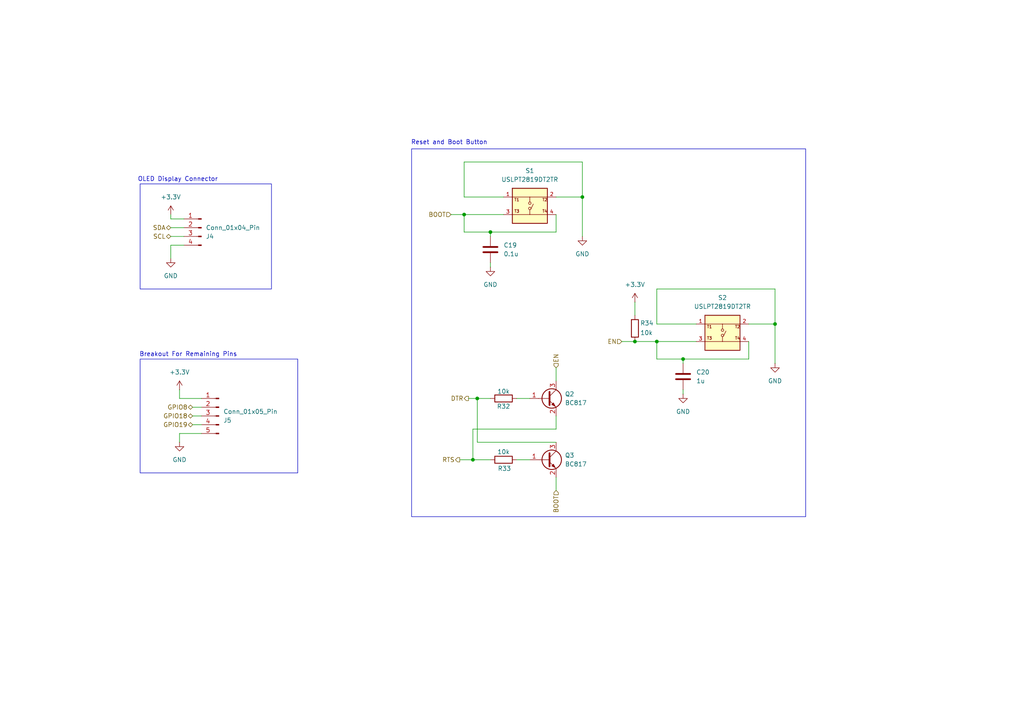
<source format=kicad_sch>
(kicad_sch (version 20250114) (generator "eeschema") (generator_version "9.0")
  (paper "A4")
  (lib_symbols
    (symbol "Connector:Conn_01x04_Pin" (pin_names (offset 1.016) (hide yes))
      (property "Reference" "J" (at 0 5.08 0))
      (property "Value" "Conn_01x04_Pin" (at 0 -7.62 0))
      (symbol "Conn_01x04_Pin_1_1"
        (rectangle (start 0.8636 2.667) (end 0 2.413) (stroke (width 0.1524)) (fill (type outline)))
        (rectangle (start 0.8636 0.127) (end 0 -0.127) (stroke (width 0.1524)) (fill (type outline)))
        (rectangle (start 0.8636 -2.413) (end 0 -2.667) (stroke (width 0.1524)) (fill (type outline)))
        (rectangle (start 0.8636 -4.953) (end 0 -5.207) (stroke (width 0.1524)) (fill (type outline)))
        (polyline (pts (xy 1.27 2.54) (xy 0.8636 2.54)) (stroke (width 0.1524)))
        (polyline (pts (xy 1.27 0) (xy 0.8636 0)) (stroke (width 0.1524)))
        (polyline (pts (xy 1.27 -2.54) (xy 0.8636 -2.54)) (stroke (width 0.1524)))
        (polyline (pts (xy 1.27 -5.08) (xy 0.8636 -5.08)) (stroke (width 0.1524)))
        (pin passive line (at 5.08 2.54 180) (length 3.81) (name "Pin_1") (number "1"))
        (pin passive line (at 5.08 0 180) (length 3.81) (name "Pin_2") (number "2"))
        (pin passive line (at 5.08 -2.54 180) (length 3.81) (name "Pin_3") (number "3"))
        (pin passive line (at 5.08 -5.08 180) (length 3.81) (name "Pin_4") (number "4"))
      )
    )
    (symbol "Connector:Conn_01x05_Pin" (pin_names (offset 1.016) (hide yes))
      (property "Reference" "J" (at 0 7.62 0))
      (property "Value" "Conn_01x05_Pin" (at 0 -7.62 0))
      (symbol "Conn_01x05_Pin_1_1"
        (rectangle (start 0.8636 5.207) (end 0 4.953) (stroke (width 0.1524)) (fill (type outline)))
        (rectangle (start 0.8636 2.667) (end 0 2.413) (stroke (width 0.1524)) (fill (type outline)))
        (rectangle (start 0.8636 0.127) (end 0 -0.127) (stroke (width 0.1524)) (fill (type outline)))
        (rectangle (start 0.8636 -2.413) (end 0 -2.667) (stroke (width 0.1524)) (fill (type outline)))
        (rectangle (start 0.8636 -4.953) (end 0 -5.207) (stroke (width 0.1524)) (fill (type outline)))
        (polyline (pts (xy 1.27 5.08) (xy 0.8636 5.08)) (stroke (width 0.1524)))
        (polyline (pts (xy 1.27 2.54) (xy 0.8636 2.54)) (stroke (width 0.1524)))
        (polyline (pts (xy 1.27 0) (xy 0.8636 0)) (stroke (width 0.1524)))
        (polyline (pts (xy 1.27 -2.54) (xy 0.8636 -2.54)) (stroke (width 0.1524)))
        (polyline (pts (xy 1.27 -5.08) (xy 0.8636 -5.08)) (stroke (width 0.1524)))
        (pin passive line (at 5.08 5.08 180) (length 3.81) (name "Pin_1") (number "1"))
        (pin passive line (at 5.08 2.54 180) (length 3.81) (name "Pin_2") (number "2"))
        (pin passive line (at 5.08 0 180) (length 3.81) (name "Pin_3") (number "3"))
        (pin passive line (at 5.08 -2.54 180) (length 3.81) (name "Pin_4") (number "4"))
        (pin passive line (at 5.08 -5.08 180) (length 3.81) (name "Pin_5") (number "5"))
      )
    )
    (symbol "Device:C" (pin_numbers (hide yes)) (pin_names (offset 0.254))
      (property "Reference" "C" (at 0.635 2.54 0))
      (property "Value" "C" (at 0.635 -2.54 0))
      (symbol "C_0_1"
        (polyline (pts (xy -2.032 0.762) (xy 2.032 0.762)) (stroke (width 0.508)))
        (polyline (pts (xy -2.032 -0.762) (xy 2.032 -0.762)) (stroke (width 0.508)))
      )
      (symbol "C_1_1"
        (pin passive line (at 0 3.81 270) (length 2.794) (name "~") (number "1"))
        (pin passive line (at 0 -3.81 90) (length 2.794) (name "~") (number "2"))
      )
    )
    (symbol "Device:R" (pin_numbers (hide yes)) (pin_names (offset 0))
      (property "Reference" "R" (at 2.032 0 90))
      (property "Value" "R" (at 0 0 90))
      (symbol "R_0_1"
        (rectangle (start -1.016 -2.54) (end 1.016 2.54) (stroke (width 0.254)))
      )
      (symbol "R_1_1"
        (pin passive line (at 0 3.81 270) (length 1.27) (name "~") (number "1"))
        (pin passive line (at 0 -3.81 90) (length 1.27) (name "~") (number "2"))
      )
    )
    (symbol "Transistor_BJT:BC817" (pin_names (offset 0) (hide yes))
      (property "Reference" "Q" (at 5.08 1.905 0))
      (property "Value" "BC817" (at 5.08 0 0))
      (symbol "BC817_0_1"
        (polyline (pts (xy -2.54 0) (xy 0.635 0)))
        (polyline (pts (xy 0.635 1.905) (xy 0.635 -1.905)) (stroke (width 0.508)))
        (circle (center 1.27 0) (radius 2.8194) (stroke (width 0.254)))
      )
      (symbol "BC817_1_1"
        (polyline (pts (xy 0.635 0.635) (xy 2.54 2.54)))
        (polyline (pts (xy 0.635 -0.635) (xy 2.54 -2.54)))
        (polyline (pts (xy 1.27 -1.778) (xy 1.778 -1.27) (xy 2.286 -2.286) (xy 1.27 -1.778)) (fill (type outline)))
        (pin input line (at -5.08 0 0) (length 2.54) (name "B") (number "1"))
        (pin passive line (at 2.54 5.08 270) (length 2.54) (name "C") (number "3"))
        (pin passive line (at 2.54 -5.08 90) (length 2.54) (name "E") (number "2"))
      )
    )
    (symbol "USLPT2819DT2TR:USLPT2819DT2TR" (pin_names (offset 1.016))
      (property "Reference" "S" (at -5.08 5.08 0))
      (property "Value" "USLPT2819DT2TR" (at -5.08 -7.62 0))
      (symbol "USLPT2819DT2TR_0_0"
        (polyline (pts (xy -5.08 2.54) (xy 0 2.54)) (stroke (width 0.1524)))
        (polyline (pts (xy -5.08 -2.54) (xy 0 -2.54)) (stroke (width 0.1524)))
        (rectangle (start -5.08 -5.08) (end 5.08 5.08) (stroke (width 0.254)) (fill (type background)))
        (polyline (pts (xy 0 2.54) (xy 5.08 2.54)) (stroke (width 0.1524)))
        (polyline (pts (xy 0 1.143) (xy 0 2.54)) (stroke (width 0.1524)))
        (circle (center 0 0.762) (radius 0.3592) (stroke (width 0.1524)))
        (circle (center 0 -0.762) (radius 0.3592) (stroke (width 0.1524)))
        (polyline (pts (xy 0 -2.54) (xy 0 -1.143)) (stroke (width 0.1524)))
        (polyline (pts (xy 0 -2.54) (xy 5.08 -2.54)) (stroke (width 0.1524)))
        (polyline (pts (xy 0.254 -1.016) (xy 1.016 0.508)) (stroke (width 0.1524)))
        (text "T1" (at -4.572 1.27 0) (effects (font (size 0.8128 0.8128)) (justify left bottom)))
        (text "T3" (at -4.572 -2.032 0) (effects (font (size 0.8128 0.8128)) (justify left bottom)))
        (text "T2" (at 3.556 1.27 0) (effects (font (size 0.8128 0.8128)) (justify left bottom)))
        (text "T4" (at 3.556 -2.032 0) (effects (font (size 0.8128 0.8128)) (justify left bottom)))
        (pin passive line (at -7.62 2.54 0) (length 2.54) (name "~") (number "1"))
        (pin passive line (at -7.62 -2.54 0) (length 2.54) (name "~") (number "3"))
        (pin passive line (at 7.62 2.54 180) (length 2.54) (name "~") (number "2"))
        (pin passive line (at 7.62 -2.54 180) (length 2.54) (name "~") (number "4"))
      )
    )
    (symbol "power:+3.3V" (power) (pin_numbers (hide yes)) (pin_names (offset 0) (hide yes))
      (property "Value" "+3.3V" (at 0 3.556 0))
      (symbol "+3.3V_0_1"
        (polyline (pts (xy -0.762 1.27) (xy 0 2.54)))
        (polyline (pts (xy 0 2.54) (xy 0.762 1.27)))
        (polyline (pts (xy 0 0) (xy 0 2.54)))
      )
      (symbol "+3.3V_1_1"
        (pin power_in line (at 0 0 90) (length 0) (name "~") (number "1"))
      )
    )
    (symbol "power:GND" (power) (pin_numbers (hide yes)) (pin_names (offset 0) (hide yes))
      (property "Value" "GND" (at 0 -3.81 0))
      (symbol "GND_0_1"
        (polyline (pts (xy 0 0) (xy 0 -1.27) (xy 1.27 -1.27) (xy 0 -2.54) (xy -1.27 -1.27) (xy 0 -1.27)))
      )
      (symbol "GND_1_1"
        (pin power_in line (at 0 0 270) (length 0) (name "~") (number "1"))
      )
    )
  )
  (rectangle (start 40.64 53.34) (end 78.74 83.82))
  (rectangle (start 119.38 43.18) (end 233.68 149.86))
  (rectangle (start 40.64 104.14) (end 86.36 137.16))
  (text "Reset and Boot Button" (at 130.302 41.402 0) (effects (font (size 1.27 1.27))))
  (text "Breakout For Remaining Pins\n" (at 54.61 102.87 0) (effects (font (size 1.27 1.27))))
  (text "OLED Display Connector \n" (at 52.07 52.07 0) (effects (font (size 1.27 1.27))))
  (junction (at 198.12 104.14))
  (junction (at 168.91 57.15))
  (junction (at 134.62 62.23))
  (junction (at 142.24 67.31))
  (junction (at 224.79 93.98))
  (junction (at 190.5 99.06))
  (junction (at 137.16 133.35))
  (junction (at 138.43 115.57))
  (junction (at 184.15 99.06))
  (wire (pts (xy 52.07 128.27) (xy 52.07 125.73)))
  (wire (pts (xy 161.29 57.15) (xy 168.91 57.15)))
  (wire (pts (xy 52.07 115.57) (xy 52.07 113.03)))
  (wire (pts (xy 198.12 104.14) (xy 190.5 104.14)))
  (wire (pts (xy 161.29 128.27) (xy 138.43 128.27)))
  (wire (pts (xy 217.17 99.06) (xy 217.17 104.14)))
  (wire (pts (xy 190.5 93.98) (xy 190.5 83.82)))
  (wire (pts (xy 161.29 138.43) (xy 161.29 142.24)))
  (wire (pts (xy 198.12 104.14) (xy 198.12 105.41)))
  (wire (pts (xy 184.15 99.06) (xy 190.5 99.06)))
  (wire (pts (xy 134.62 67.31) (xy 134.62 62.23)))
  (wire (pts (xy 49.53 71.12) (xy 53.34 71.12)))
  (wire (pts (xy 161.29 62.23) (xy 161.29 67.31)))
  (wire (pts (xy 52.07 125.73) (xy 58.42 125.73)))
  (wire (pts (xy 201.93 93.98) (xy 190.5 93.98)))
  (wire (pts (xy 168.91 57.15) (xy 168.91 68.58)))
  (wire (pts (xy 138.43 128.27) (xy 138.43 115.57)))
  (wire (pts (xy 142.24 67.31) (xy 142.24 68.58)))
  (wire (pts (xy 149.86 133.35) (xy 153.67 133.35)))
  (wire (pts (xy 198.12 113.03) (xy 198.12 114.3)))
  (wire (pts (xy 138.43 115.57) (xy 142.24 115.57)))
  (wire (pts (xy 49.53 68.58) (xy 53.34 68.58)))
  (wire (pts (xy 55.88 120.65) (xy 58.42 120.65)))
  (wire (pts (xy 161.29 106.68) (xy 161.29 110.49)))
  (wire (pts (xy 49.53 62.23) (xy 49.53 63.5)))
  (wire (pts (xy 130.81 62.23) (xy 134.62 62.23)))
  (wire (pts (xy 142.24 67.31) (xy 134.62 67.31)))
  (wire (pts (xy 134.62 57.15) (xy 134.62 46.99)))
  (wire (pts (xy 190.5 104.14) (xy 190.5 99.06)))
  (wire (pts (xy 146.05 57.15) (xy 134.62 57.15)))
  (wire (pts (xy 224.79 83.82) (xy 224.79 93.98)))
  (wire (pts (xy 161.29 120.65) (xy 161.29 124.46)))
  (wire (pts (xy 134.62 46.99) (xy 168.91 46.99)))
  (wire (pts (xy 190.5 83.82) (xy 224.79 83.82)))
  (wire (pts (xy 217.17 104.14) (xy 198.12 104.14)))
  (wire (pts (xy 58.42 115.57) (xy 52.07 115.57)))
  (wire (pts (xy 134.62 62.23) (xy 146.05 62.23)))
  (wire (pts (xy 184.15 87.63) (xy 184.15 91.44)))
  (wire (pts (xy 161.29 67.31) (xy 142.24 67.31)))
  (wire (pts (xy 161.29 124.46) (xy 137.16 124.46)))
  (wire (pts (xy 217.17 93.98) (xy 224.79 93.98)))
  (wire (pts (xy 55.88 123.19) (xy 58.42 123.19)))
  (wire (pts (xy 142.24 76.2) (xy 142.24 77.47)))
  (wire (pts (xy 49.53 63.5) (xy 53.34 63.5)))
  (wire (pts (xy 190.5 99.06) (xy 201.93 99.06)))
  (wire (pts (xy 135.89 115.57) (xy 138.43 115.57)))
  (wire (pts (xy 49.53 71.12) (xy 49.53 74.93)))
  (wire (pts (xy 133.35 133.35) (xy 137.16 133.35)))
  (wire (pts (xy 180.34 99.06) (xy 184.15 99.06)))
  (wire (pts (xy 149.86 115.57) (xy 153.67 115.57)))
  (wire (pts (xy 224.79 93.98) (xy 224.79 105.41)))
  (wire (pts (xy 137.16 133.35) (xy 142.24 133.35)))
  (wire (pts (xy 55.88 118.11) (xy 58.42 118.11)))
  (wire (pts (xy 49.53 66.04) (xy 53.34 66.04)))
  (wire (pts (xy 168.91 46.99) (xy 168.91 57.15)))
  (wire (pts (xy 137.16 124.46) (xy 137.16 133.35)))
  (hierarchical_label "SCL" (shape bidirectional) (at 49.53 68.58 180))
  (hierarchical_label "DTR" (shape output) (at 135.89 115.57 180))
  (hierarchical_label "EN" (shape input) (at 161.29 106.68 90))
  (hierarchical_label "EN" (shape input) (at 180.34 99.06 180))
  (hierarchical_label "BOOT" (shape input) (at 161.29 142.24 270))
  (hierarchical_label "SDA" (shape bidirectional) (at 49.53 66.04 180))
  (hierarchical_label "GPIO19" (shape bidirectional) (at 55.88 123.19 180))
  (hierarchical_label "GPIO8" (shape bidirectional) (at 55.88 118.11 180))
  (hierarchical_label "GPIO18" (shape bidirectional) (at 55.88 120.65 180))
  (hierarchical_label "BOOT" (shape input) (at 130.81 62.23 180))
  (hierarchical_label "RTS" (shape output) (at 133.35 133.35 180))
  (symbol (lib_id "power:+3.3V") (at 49.53 62.23 0) (unit 1)
    (property "Reference" "#PWR051" (effects (hide yes)))
    (property "Value" "+3.3V" (at 49.53 57.15 0))
    (property "Description" "Power symbol creates a global label with name \"+3.3V\"" (effects (hide yes)))
  )
  (symbol (lib_id "power:GND") (at 198.12 114.3 0) (unit 1)
    (property "Reference" "#PWR058" (effects (hide yes)))
    (property "Value" "GND" (at 198.12 119.38 0))
    (property "Description" "Power symbol creates a global label with name \"GND\" , ground" (effects (hide yes)))
  )
  (symbol (lib_id "USLPT2819DT2TR:USLPT2819DT2TR") (at 153.67 59.69 0) (unit 1)
    (property "Reference" "S1" (at 153.67 49.53 0))
    (property "Value" "USLPT2819DT2TR" (at 153.67 52.07 0))
    (property "Footprint" "MC_ESP32:SW_USLPT2819DT2TR" (effects (hide yes)))
    (property "DigiKey_Part_Number" "450-3358-2-ND" (effects (hide yes)))
    (property "SnapEDA_Link" "https://www.snapeda.com/parts/USLPT2819DT2TR/TE+Connectivity+ALCOSWITCH+Switches/view-part/?ref=snap" (effects (hide yes)))
    (property "Description_1" "Tactile Switch SPST-NO Top Actuated Surface Mount" (effects (hide yes)))
    (property "Package" "None" (effects (hide yes)))
    (property "Check_prices" "https://www.snapeda.com/parts/USLPT2819DT2TR/TE+Connectivity+ALCOSWITCH+Switches/view-part/?ref=eda" (effects (hide yes)))
    (property "STANDARD" "Manufacturer Recommendations" (effects (hide yes)))
    (property "PARTREV" "P" (effects (hide yes)))
    (property "MF" "TE Connectivity" (effects (hide yes)))
    (property "MP" "USLPT2819DT2TR" (effects (hide yes)))
    (property "MANUFACTURER" "TE CONNECTIVITY" (effects (hide yes)))
  )
  (symbol (lib_id "Connector:Conn_01x04_Pin") (at 58.42 66.04 0) (mirror y) (unit 1)
    (property "Reference" "J4" (at 59.69 68.5801 0) (effects (justify right)))
    (property "Value" "Conn_01x04_Pin" (at 59.69 66.0401 0) (effects (justify right)))
    (property "Footprint" "Connector_PinHeader_2.54mm:PinHeader_1x04_P2.54mm_Vertical" (effects (hide yes)))
    (property "Description" "Generic connector, single row, 01x04, script generated" (effects (hide yes)))
  )
  (symbol (lib_id "power:+3.3V") (at 184.15 87.63 0) (unit 1)
    (property "Reference" "#PWR057" (effects (hide yes)))
    (property "Value" "+3.3V" (at 184.15 82.55 0))
    (property "Description" "Power symbol creates a global label with name \"+3.3V\"" (effects (hide yes)))
  )
  (symbol (lib_id "Transistor_BJT:BC817") (at 158.75 133.35 0) (unit 1)
    (property "Reference" "Q3" (at 163.83 132.0799 0) (effects (justify left)))
    (property "Value" "BC817" (at 163.83 134.6199 0) (effects (justify left)))
    (property "Footprint" "Package_TO_SOT_SMD:SOT-23" (effects (hide yes)))
    (property "Datasheet" "https://www.onsemi.com/pub/Collateral/BC818-D.pdf" (effects (hide yes)))
    (property "Description" "0.8A Ic, 45V Vce, NPN Transistor, SOT-23" (effects (hide yes)))
  )
  (symbol (lib_id "Device:R") (at 146.05 133.35 90) (unit 1)
    (property "Reference" "R33" (at 146.304 135.89 90))
    (property "Value" "10k" (at 146.05 131.064 90))
    (property "Footprint" "Resistor_SMD:R_0805_2012Metric" (effects (hide yes)))
    (property "Description" "Resistor" (effects (hide yes)))
  )
  (symbol (lib_id "Connector:Conn_01x05_Pin") (at 63.5 120.65 0) (mirror y) (unit 1)
    (property "Reference" "J5" (at 64.77 121.9201 0) (effects (justify right)))
    (property "Value" "Conn_01x05_Pin" (at 64.77 119.3801 0) (effects (justify right)))
    (property "Footprint" "Connector_PinHeader_2.54mm:PinHeader_1x05_P2.54mm_Vertical" (effects (hide yes)))
    (property "Description" "Generic connector, single row, 01x05, script generated" (effects (hide yes)))
  )
  (symbol (lib_id "Device:R") (at 184.15 95.25 0) (unit 1)
    (property "Reference" "R34" (at 185.674 93.726 0) (effects (justify left)))
    (property "Value" "10k" (at 185.674 96.52 0) (effects (justify left)))
    (property "Footprint" "Resistor_SMD:R_0805_2012Metric" (effects (hide yes)))
    (property "Description" "Resistor" (effects (hide yes)))
  )
  (symbol (lib_id "Device:C") (at 198.12 109.22 0) (unit 1)
    (property "Reference" "C20" (at 201.93 107.9499 0) (effects (justify left)))
    (property "Value" "1u" (at 201.93 110.4899 0) (effects (justify left)))
    (property "Footprint" "Capacitor_SMD:C_0805_2012Metric" (effects (hide yes)))
    (property "Description" "Unpolarized capacitor" (effects (hide yes)))
  )
  (symbol (lib_id "power:GND") (at 224.79 105.41 0) (unit 1)
    (property "Reference" "#PWR059" (effects (hide yes)))
    (property "Value" "GND" (at 224.79 110.49 0))
    (property "Description" "Power symbol creates a global label with name \"GND\" , ground" (effects (hide yes)))
  )
  (symbol (lib_id "Device:C") (at 142.24 72.39 0) (unit 1)
    (property "Reference" "C19" (at 146.05 71.1199 0) (effects (justify left)))
    (property "Value" "0.1u" (at 146.05 73.6599 0) (effects (justify left)))
    (property "Footprint" "Capacitor_SMD:C_0805_2012Metric" (effects (hide yes)))
    (property "Description" "Unpolarized capacitor" (effects (hide yes)))
  )
  (symbol (lib_id "power:GND") (at 49.53 74.93 0) (unit 1)
    (property "Reference" "#PWR052" (effects (hide yes)))
    (property "Value" "GND" (at 49.53 80.01 0))
    (property "Description" "Power symbol creates a global label with name \"GND\" , ground" (effects (hide yes)))
  )
  (symbol (lib_id "power:+3.3V") (at 52.07 113.03 0) (unit 1)
    (property "Reference" "#PWR053" (effects (hide yes)))
    (property "Value" "+3.3V" (at 52.07 107.95 0))
    (property "Description" "Power symbol creates a global label with name \"+3.3V\"" (effects (hide yes)))
  )
  (symbol (lib_id "power:GND") (at 142.24 77.47 0) (unit 1)
    (property "Reference" "#PWR055" (effects (hide yes)))
    (property "Value" "GND" (at 142.24 82.55 0))
    (property "Description" "Power symbol creates a global label with name \"GND\" , ground" (effects (hide yes)))
  )
  (symbol (lib_id "power:GND") (at 168.91 68.58 0) (unit 1)
    (property "Reference" "#PWR056" (effects (hide yes)))
    (property "Value" "GND" (at 168.91 73.66 0))
    (property "Description" "Power symbol creates a global label with name \"GND\" , ground" (effects (hide yes)))
  )
  (symbol (lib_id "Transistor_BJT:BC817") (at 158.75 115.57 0) (unit 1)
    (property "Reference" "Q2" (at 163.83 114.2999 0) (effects (justify left)))
    (property "Value" "BC817" (at 163.83 116.8399 0) (effects (justify left)))
    (property "Footprint" "Package_TO_SOT_SMD:SOT-23" (effects (hide yes)))
    (property "Datasheet" "https://www.onsemi.com/pub/Collateral/BC818-D.pdf" (effects (hide yes)))
    (property "Description" "0.8A Ic, 45V Vce, NPN Transistor, SOT-23" (effects (hide yes)))
  )
  (symbol (lib_id "USLPT2819DT2TR:USLPT2819DT2TR") (at 209.55 96.52 0) (unit 1)
    (property "Reference" "S2" (at 209.55 86.36 0))
    (property "Value" "USLPT2819DT2TR" (at 209.55 88.9 0))
    (property "Footprint" "MC_ESP32:SW_USLPT2819DT2TR" (effects (hide yes)))
    (property "DigiKey_Part_Number" "450-3358-2-ND" (effects (hide yes)))
    (property "SnapEDA_Link" "https://www.snapeda.com/parts/USLPT2819DT2TR/TE+Connectivity+ALCOSWITCH+Switches/view-part/?ref=snap" (effects (hide yes)))
    (property "Description_1" "Tactile Switch SPST-NO Top Actuated Surface Mount" (effects (hide yes)))
    (property "Package" "None" (effects (hide yes)))
    (property "Check_prices" "https://www.snapeda.com/parts/USLPT2819DT2TR/TE+Connectivity+ALCOSWITCH+Switches/view-part/?ref=eda" (effects (hide yes)))
    (property "STANDARD" "Manufacturer Recommendations" (effects (hide yes)))
    (property "PARTREV" "P" (effects (hide yes)))
    (property "MF" "TE Connectivity" (effects (hide yes)))
    (property "MP" "USLPT2819DT2TR" (effects (hide yes)))
    (property "MANUFACTURER" "TE CONNECTIVITY" (effects (hide yes)))
  )
  (symbol (lib_id "power:GND") (at 52.07 128.27 0) (unit 1)
    (property "Reference" "#PWR054" (effects (hide yes)))
    (property "Value" "GND" (at 52.07 133.35 0))
    (property "Description" "Power symbol creates a global label with name \"GND\" , ground" (effects (hide yes)))
  )
  (symbol (lib_id "Device:R") (at 146.05 115.57 90) (unit 1)
    (property "Reference" "R32" (at 146.05 117.856 90))
    (property "Value" "10k" (at 146.05 113.538 90))
    (property "Footprint" "Resistor_SMD:R_0805_2012Metric" (effects (hide yes)))
    (property "Description" "Resistor" (effects (hide yes)))
  )
)
</source>
